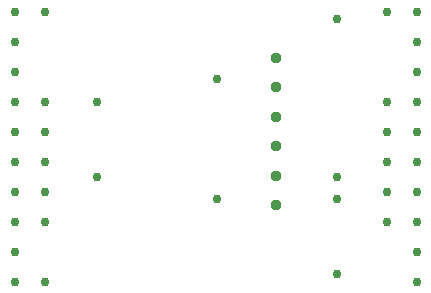
<source format=gbr>
%TF.GenerationSoftware,KiCad,Pcbnew,7.0.8*%
%TF.CreationDate,2024-04-03T00:29:51-07:00*%
%TF.ProjectId,PrintConnector - R1,5072696e-7443-46f6-9e6e-6563746f7220,rev?*%
%TF.SameCoordinates,Original*%
%TF.FileFunction,Plated,1,2,PTH,Drill*%
%TF.FilePolarity,Positive*%
%FSLAX46Y46*%
G04 Gerber Fmt 4.6, Leading zero omitted, Abs format (unit mm)*
G04 Created by KiCad (PCBNEW 7.0.8) date 2024-04-03 00:29:51*
%MOMM*%
%LPD*%
G01*
G04 APERTURE LIST*
%TA.AperFunction,ViaDrill*%
%ADD10C,0.762000*%
%TD*%
%TA.AperFunction,ComponentDrill*%
%ADD11C,0.762000*%
%TD*%
%TA.AperFunction,ComponentDrill*%
%ADD12C,0.950000*%
%TD*%
G04 APERTURE END LIST*
D10*
X8255000Y16510000D03*
X8255000Y10160000D03*
X18415000Y18415000D03*
X18415000Y8255000D03*
X28575000Y23495000D03*
X28575000Y10160000D03*
X28575000Y8255000D03*
X28575000Y1905000D03*
D11*
%TO.C,J1*%
X1270000Y24130000D03*
X1270000Y21590000D03*
X1270000Y19050000D03*
X1270000Y16510000D03*
X1270000Y13970000D03*
X1270000Y11430000D03*
X1270000Y8890000D03*
X1270000Y6350000D03*
X1270000Y3810000D03*
X1270000Y1270000D03*
X3810000Y24130000D03*
X3810000Y16510000D03*
X3810000Y13970000D03*
X3810000Y11430000D03*
X3810000Y8890000D03*
X3810000Y6350000D03*
X3810000Y1270000D03*
X32766000Y24130000D03*
X32766000Y16510000D03*
X32766000Y13970000D03*
X32766000Y11430000D03*
X32766000Y8890000D03*
X32766000Y6350000D03*
X35306000Y24130000D03*
X35306000Y21590000D03*
X35306000Y19050000D03*
X35306000Y16510000D03*
X35306000Y13970000D03*
X35306000Y11430000D03*
X35306000Y8890000D03*
X35306000Y6350000D03*
X35306000Y3810000D03*
X35306000Y1270000D03*
D12*
%TO.C,J2*%
X23385000Y20220000D03*
X23385000Y17720000D03*
X23385000Y15220000D03*
X23385000Y12720000D03*
X23385000Y10220000D03*
X23385000Y7720000D03*
M02*

</source>
